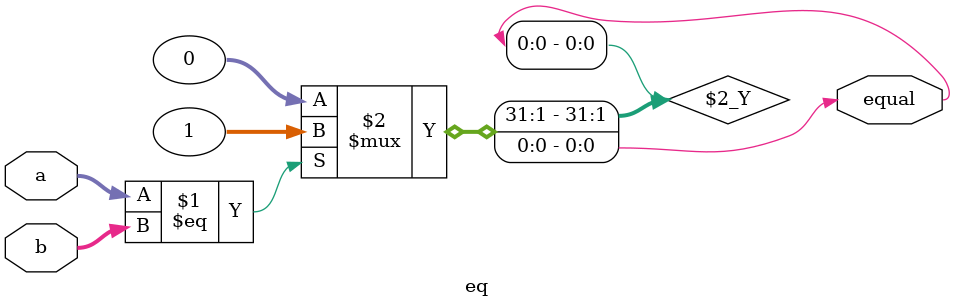
<source format=sv>
/*
 * logic_devices.sv
 * Author: David Harris
 * Updated By: Sat Garcia
 * Digital logic devices used in a 32-bit MIPS processor.
 */

/*
 * Register file module with 2 read ports and 1 write port.
 * Note that reading is asynchronous while writing is synchronous.
 * Register 0 (i.e. $zero in MIPS) is hardwired to 0 (even if you try to write
 * to it).
 */
module regfile#(parameter NUM_REG=32, WIDTH=32)
			   (input  logic        clk, 
                input  logic        we3, 
                input  logic [$clog2(NUM_REG)-1:0]  ra1, ra2, wa3, 
                input  logic [WIDTH-1:0] wd3, 
                output logic [WIDTH-1:0] rd1, rd2);

	logic [WIDTH-1:0] rf [0:NUM_REG-1];

	always_ff @(posedge clk)
	begin
		if (we3) rf[wa3] <= wd3;	
	end

	assign rd1 = (ra1 != 0) ? rf[ra1] : 0;
	assign rd2 = (ra2 != 0) ? rf[ra2] : 0;
endmodule

/*
 * Simple adder module.
 */
module adder#(parameter WIDTH=32)
			 (input  logic [WIDTH-1:0] a, b,
              output logic [WIDTH-1:0] y);

	assign y = a + b;
endmodule

/*
 * Module whose output is the result of shifting the input left by 2.
 */
module shiftleft2#(parameter WIDTH=32)
		   (input  logic [WIDTH-1:0] a,
           	output logic [WIDTH-1:0] y);

	assign y = {a[WIDTH-3:0], 2'b00};
endmodule

/*
 * Module that sign-extends a value.
 */
module signext(input  logic [15:0] a,
               output logic [31:0] y);
              
	assign y = {{16{a[15]}}, a};
endmodule

/*
 * Module for a resetable D flip-flop.
 */
module flopr #(parameter WIDTH = 8)
              (input  logic             clk, reset,
               input  logic [WIDTH-1:0] d, 
               output logic [WIDTH-1:0] q);

	always_ff @(posedge clk)
	begin
		if (reset) q <= 0;
		else       q <= d;
	end
endmodule

/*
 * Module for a resetable D flip-flop with an additional enable input.
 */
module flopenr #(parameter WIDTH = 8)
                (input  logic             clk, reset,
                 input  logic             en,
                 input  logic [WIDTH-1:0] d, 
                 output logic [WIDTH-1:0] q);
 
	always_ff @(posedge clk)
	begin
		if      (reset) q <= 0;
		else if (en)    q <= d;
	end
endmodule

/*
 * Module for a 2 input multiplexer.
 */
module mux2 #(parameter WIDTH = 8)
             (input  logic [WIDTH-1:0] d0, d1, 
              input  logic             sel, 
              output logic [WIDTH-1:0] y);

	assign y = sel ? d1 : d0; 
endmodule

/*
 * Module for a 3 input multiplexer.
 */
module mux3 #(parameter WIDTH = 8)
             (input  logic [WIDTH-1:0] d0, d1, d2, 
              input  logic [1:0]       sel, 
              output logic [WIDTH-1:0] y);
  always_comb
	 case(sel)
	   2'b00: y = d0;
	   2'b01: y = d1;
	   2'b10: y = d2;
	   default: y = {WIDTH-1{1'bx}};
	 endcase
endmodule


/*
 * Module to check equality of 2 inputs.
 */
module eq#(parameter WIDTH=32)
			 (input  logic [WIDTH-1:0] a, b,
              output logic equal);

	assign equal = (a == b) ? 1 : 0;
endmodule

</source>
